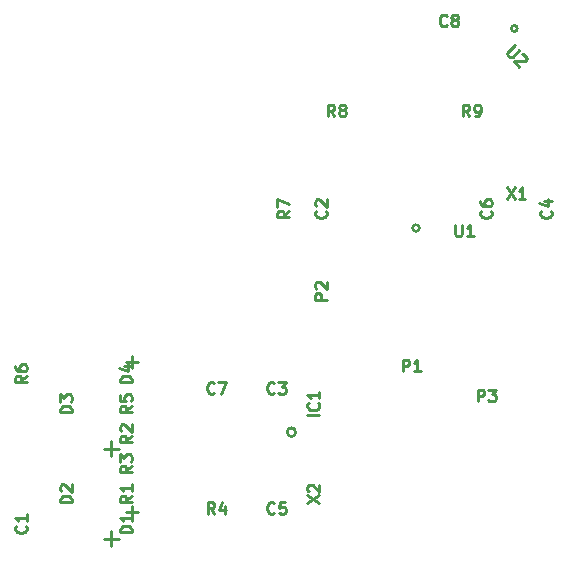
<source format=gto>
%FSLAX46Y46*%
G04 Gerber Fmt 4.6, Leading zero omitted, Abs format (unit mm)*
G04 Created by KiCad (PCBNEW (2014-10-11 BZR 5175)-product) date Fri 31 Oct 2014 19:34:31 GMT*
%MOMM*%
G01*
G04 APERTURE LIST*
%ADD10C,0.100000*%
%ADD11C,0.250000*%
%ADD12R,1.700000X1.300000*%
%ADD13C,1.800000*%
%ADD14R,1.200000X0.900000*%
%ADD15R,0.900000X1.200000*%
%ADD16R,1.198880X1.198880*%
%ADD17R,1.727200X1.727200*%
%ADD18O,1.727200X1.727200*%
%ADD19R,1.470660X0.419100*%
%ADD20R,0.508000X1.143000*%
%ADD21R,1.800860X2.499360*%
%ADD22C,1.501140*%
%ADD23R,1.270000X1.270000*%
%ADD24C,1.000760*%
G04 APERTURE END LIST*
D10*
D11*
X33528000Y-172212000D02*
X33528000Y-171196000D01*
X34036000Y-171704000D02*
X33020000Y-171704000D01*
X33528000Y-159512000D02*
X33528000Y-158496000D01*
X34036000Y-159004000D02*
X33020000Y-159004000D01*
X57814981Y-147701000D02*
G75*
G03X57814981Y-147701000I-283981J0D01*
G74*
G01*
X47349210Y-164973000D02*
G75*
G03X47349210Y-164973000I-359210J0D01*
G74*
G01*
X31115000Y-173990000D02*
X32385000Y-173990000D01*
X31750000Y-173355000D02*
X31750000Y-174625000D01*
X31115000Y-166370000D02*
X32385000Y-166370000D01*
X31750000Y-165735000D02*
X31750000Y-167005000D01*
X66114395Y-130797236D02*
G75*
G03X66114395Y-130797236I-254000J0D01*
G74*
G01*
X24487143Y-172886666D02*
X24534762Y-172934285D01*
X24582381Y-173077142D01*
X24582381Y-173172380D01*
X24534762Y-173315238D01*
X24439524Y-173410476D01*
X24344286Y-173458095D01*
X24153810Y-173505714D01*
X24010952Y-173505714D01*
X23820476Y-173458095D01*
X23725238Y-173410476D01*
X23630000Y-173315238D01*
X23582381Y-173172380D01*
X23582381Y-173077142D01*
X23630000Y-172934285D01*
X23677619Y-172886666D01*
X24582381Y-171934285D02*
X24582381Y-172505714D01*
X24582381Y-172220000D02*
X23582381Y-172220000D01*
X23725238Y-172315238D01*
X23820476Y-172410476D01*
X23868095Y-172505714D01*
X49887143Y-146216666D02*
X49934762Y-146264285D01*
X49982381Y-146407142D01*
X49982381Y-146502380D01*
X49934762Y-146645238D01*
X49839524Y-146740476D01*
X49744286Y-146788095D01*
X49553810Y-146835714D01*
X49410952Y-146835714D01*
X49220476Y-146788095D01*
X49125238Y-146740476D01*
X49030000Y-146645238D01*
X48982381Y-146502380D01*
X48982381Y-146407142D01*
X49030000Y-146264285D01*
X49077619Y-146216666D01*
X49077619Y-145835714D02*
X49030000Y-145788095D01*
X48982381Y-145692857D01*
X48982381Y-145454761D01*
X49030000Y-145359523D01*
X49077619Y-145311904D01*
X49172857Y-145264285D01*
X49268095Y-145264285D01*
X49410952Y-145311904D01*
X49982381Y-145883333D01*
X49982381Y-145264285D01*
X45553334Y-161647143D02*
X45505715Y-161694762D01*
X45362858Y-161742381D01*
X45267620Y-161742381D01*
X45124762Y-161694762D01*
X45029524Y-161599524D01*
X44981905Y-161504286D01*
X44934286Y-161313810D01*
X44934286Y-161170952D01*
X44981905Y-160980476D01*
X45029524Y-160885238D01*
X45124762Y-160790000D01*
X45267620Y-160742381D01*
X45362858Y-160742381D01*
X45505715Y-160790000D01*
X45553334Y-160837619D01*
X45886667Y-160742381D02*
X46505715Y-160742381D01*
X46172381Y-161123333D01*
X46315239Y-161123333D01*
X46410477Y-161170952D01*
X46458096Y-161218571D01*
X46505715Y-161313810D01*
X46505715Y-161551905D01*
X46458096Y-161647143D01*
X46410477Y-161694762D01*
X46315239Y-161742381D01*
X46029524Y-161742381D01*
X45934286Y-161694762D01*
X45886667Y-161647143D01*
X68937143Y-146216666D02*
X68984762Y-146264285D01*
X69032381Y-146407142D01*
X69032381Y-146502380D01*
X68984762Y-146645238D01*
X68889524Y-146740476D01*
X68794286Y-146788095D01*
X68603810Y-146835714D01*
X68460952Y-146835714D01*
X68270476Y-146788095D01*
X68175238Y-146740476D01*
X68080000Y-146645238D01*
X68032381Y-146502380D01*
X68032381Y-146407142D01*
X68080000Y-146264285D01*
X68127619Y-146216666D01*
X68365714Y-145359523D02*
X69032381Y-145359523D01*
X67984762Y-145597619D02*
X68699048Y-145835714D01*
X68699048Y-145216666D01*
X45553334Y-171807143D02*
X45505715Y-171854762D01*
X45362858Y-171902381D01*
X45267620Y-171902381D01*
X45124762Y-171854762D01*
X45029524Y-171759524D01*
X44981905Y-171664286D01*
X44934286Y-171473810D01*
X44934286Y-171330952D01*
X44981905Y-171140476D01*
X45029524Y-171045238D01*
X45124762Y-170950000D01*
X45267620Y-170902381D01*
X45362858Y-170902381D01*
X45505715Y-170950000D01*
X45553334Y-170997619D01*
X46458096Y-170902381D02*
X45981905Y-170902381D01*
X45934286Y-171378571D01*
X45981905Y-171330952D01*
X46077143Y-171283333D01*
X46315239Y-171283333D01*
X46410477Y-171330952D01*
X46458096Y-171378571D01*
X46505715Y-171473810D01*
X46505715Y-171711905D01*
X46458096Y-171807143D01*
X46410477Y-171854762D01*
X46315239Y-171902381D01*
X46077143Y-171902381D01*
X45981905Y-171854762D01*
X45934286Y-171807143D01*
X63857143Y-146216666D02*
X63904762Y-146264285D01*
X63952381Y-146407142D01*
X63952381Y-146502380D01*
X63904762Y-146645238D01*
X63809524Y-146740476D01*
X63714286Y-146788095D01*
X63523810Y-146835714D01*
X63380952Y-146835714D01*
X63190476Y-146788095D01*
X63095238Y-146740476D01*
X63000000Y-146645238D01*
X62952381Y-146502380D01*
X62952381Y-146407142D01*
X63000000Y-146264285D01*
X63047619Y-146216666D01*
X62952381Y-145359523D02*
X62952381Y-145550000D01*
X63000000Y-145645238D01*
X63047619Y-145692857D01*
X63190476Y-145788095D01*
X63380952Y-145835714D01*
X63761905Y-145835714D01*
X63857143Y-145788095D01*
X63904762Y-145740476D01*
X63952381Y-145645238D01*
X63952381Y-145454761D01*
X63904762Y-145359523D01*
X63857143Y-145311904D01*
X63761905Y-145264285D01*
X63523810Y-145264285D01*
X63428571Y-145311904D01*
X63380952Y-145359523D01*
X63333333Y-145454761D01*
X63333333Y-145645238D01*
X63380952Y-145740476D01*
X63428571Y-145788095D01*
X63523810Y-145835714D01*
X40473334Y-161647143D02*
X40425715Y-161694762D01*
X40282858Y-161742381D01*
X40187620Y-161742381D01*
X40044762Y-161694762D01*
X39949524Y-161599524D01*
X39901905Y-161504286D01*
X39854286Y-161313810D01*
X39854286Y-161170952D01*
X39901905Y-160980476D01*
X39949524Y-160885238D01*
X40044762Y-160790000D01*
X40187620Y-160742381D01*
X40282858Y-160742381D01*
X40425715Y-160790000D01*
X40473334Y-160837619D01*
X40806667Y-160742381D02*
X41473334Y-160742381D01*
X41044762Y-161742381D01*
X33472381Y-173458095D02*
X32472381Y-173458095D01*
X32472381Y-173220000D01*
X32520000Y-173077142D01*
X32615238Y-172981904D01*
X32710476Y-172934285D01*
X32900952Y-172886666D01*
X33043810Y-172886666D01*
X33234286Y-172934285D01*
X33329524Y-172981904D01*
X33424762Y-173077142D01*
X33472381Y-173220000D01*
X33472381Y-173458095D01*
X33472381Y-171934285D02*
X33472381Y-172505714D01*
X33472381Y-172220000D02*
X32472381Y-172220000D01*
X32615238Y-172315238D01*
X32710476Y-172410476D01*
X32758095Y-172505714D01*
X33472381Y-160758095D02*
X32472381Y-160758095D01*
X32472381Y-160520000D01*
X32520000Y-160377142D01*
X32615238Y-160281904D01*
X32710476Y-160234285D01*
X32900952Y-160186666D01*
X33043810Y-160186666D01*
X33234286Y-160234285D01*
X33329524Y-160281904D01*
X33424762Y-160377142D01*
X33472381Y-160520000D01*
X33472381Y-160758095D01*
X32805714Y-159329523D02*
X33472381Y-159329523D01*
X32424762Y-159567619D02*
X33139048Y-159805714D01*
X33139048Y-159186666D01*
X62761905Y-162377381D02*
X62761905Y-161377381D01*
X63142858Y-161377381D01*
X63238096Y-161425000D01*
X63285715Y-161472619D01*
X63333334Y-161567857D01*
X63333334Y-161710714D01*
X63285715Y-161805952D01*
X63238096Y-161853571D01*
X63142858Y-161901190D01*
X62761905Y-161901190D01*
X63666667Y-161377381D02*
X64285715Y-161377381D01*
X63952381Y-161758333D01*
X64095239Y-161758333D01*
X64190477Y-161805952D01*
X64238096Y-161853571D01*
X64285715Y-161948810D01*
X64285715Y-162186905D01*
X64238096Y-162282143D01*
X64190477Y-162329762D01*
X64095239Y-162377381D01*
X63809524Y-162377381D01*
X63714286Y-162329762D01*
X63666667Y-162282143D01*
X33472381Y-170346666D02*
X32996190Y-170680000D01*
X33472381Y-170918095D02*
X32472381Y-170918095D01*
X32472381Y-170537142D01*
X32520000Y-170441904D01*
X32567619Y-170394285D01*
X32662857Y-170346666D01*
X32805714Y-170346666D01*
X32900952Y-170394285D01*
X32948571Y-170441904D01*
X32996190Y-170537142D01*
X32996190Y-170918095D01*
X33472381Y-169394285D02*
X33472381Y-169965714D01*
X33472381Y-169680000D02*
X32472381Y-169680000D01*
X32615238Y-169775238D01*
X32710476Y-169870476D01*
X32758095Y-169965714D01*
X33472381Y-165266666D02*
X32996190Y-165600000D01*
X33472381Y-165838095D02*
X32472381Y-165838095D01*
X32472381Y-165457142D01*
X32520000Y-165361904D01*
X32567619Y-165314285D01*
X32662857Y-165266666D01*
X32805714Y-165266666D01*
X32900952Y-165314285D01*
X32948571Y-165361904D01*
X32996190Y-165457142D01*
X32996190Y-165838095D01*
X32567619Y-164885714D02*
X32520000Y-164838095D01*
X32472381Y-164742857D01*
X32472381Y-164504761D01*
X32520000Y-164409523D01*
X32567619Y-164361904D01*
X32662857Y-164314285D01*
X32758095Y-164314285D01*
X32900952Y-164361904D01*
X33472381Y-164933333D01*
X33472381Y-164314285D01*
X33472381Y-167806666D02*
X32996190Y-168140000D01*
X33472381Y-168378095D02*
X32472381Y-168378095D01*
X32472381Y-167997142D01*
X32520000Y-167901904D01*
X32567619Y-167854285D01*
X32662857Y-167806666D01*
X32805714Y-167806666D01*
X32900952Y-167854285D01*
X32948571Y-167901904D01*
X32996190Y-167997142D01*
X32996190Y-168378095D01*
X32472381Y-167473333D02*
X32472381Y-166854285D01*
X32853333Y-167187619D01*
X32853333Y-167044761D01*
X32900952Y-166949523D01*
X32948571Y-166901904D01*
X33043810Y-166854285D01*
X33281905Y-166854285D01*
X33377143Y-166901904D01*
X33424762Y-166949523D01*
X33472381Y-167044761D01*
X33472381Y-167330476D01*
X33424762Y-167425714D01*
X33377143Y-167473333D01*
X40473334Y-171902381D02*
X40140000Y-171426190D01*
X39901905Y-171902381D02*
X39901905Y-170902381D01*
X40282858Y-170902381D01*
X40378096Y-170950000D01*
X40425715Y-170997619D01*
X40473334Y-171092857D01*
X40473334Y-171235714D01*
X40425715Y-171330952D01*
X40378096Y-171378571D01*
X40282858Y-171426190D01*
X39901905Y-171426190D01*
X41330477Y-171235714D02*
X41330477Y-171902381D01*
X41092381Y-170854762D02*
X40854286Y-171569048D01*
X41473334Y-171569048D01*
X33472381Y-162726666D02*
X32996190Y-163060000D01*
X33472381Y-163298095D02*
X32472381Y-163298095D01*
X32472381Y-162917142D01*
X32520000Y-162821904D01*
X32567619Y-162774285D01*
X32662857Y-162726666D01*
X32805714Y-162726666D01*
X32900952Y-162774285D01*
X32948571Y-162821904D01*
X32996190Y-162917142D01*
X32996190Y-163298095D01*
X32472381Y-161821904D02*
X32472381Y-162298095D01*
X32948571Y-162345714D01*
X32900952Y-162298095D01*
X32853333Y-162202857D01*
X32853333Y-161964761D01*
X32900952Y-161869523D01*
X32948571Y-161821904D01*
X33043810Y-161774285D01*
X33281905Y-161774285D01*
X33377143Y-161821904D01*
X33424762Y-161869523D01*
X33472381Y-161964761D01*
X33472381Y-162202857D01*
X33424762Y-162298095D01*
X33377143Y-162345714D01*
X24582381Y-160186666D02*
X24106190Y-160520000D01*
X24582381Y-160758095D02*
X23582381Y-160758095D01*
X23582381Y-160377142D01*
X23630000Y-160281904D01*
X23677619Y-160234285D01*
X23772857Y-160186666D01*
X23915714Y-160186666D01*
X24010952Y-160234285D01*
X24058571Y-160281904D01*
X24106190Y-160377142D01*
X24106190Y-160758095D01*
X23582381Y-159329523D02*
X23582381Y-159520000D01*
X23630000Y-159615238D01*
X23677619Y-159662857D01*
X23820476Y-159758095D01*
X24010952Y-159805714D01*
X24391905Y-159805714D01*
X24487143Y-159758095D01*
X24534762Y-159710476D01*
X24582381Y-159615238D01*
X24582381Y-159424761D01*
X24534762Y-159329523D01*
X24487143Y-159281904D01*
X24391905Y-159234285D01*
X24153810Y-159234285D01*
X24058571Y-159281904D01*
X24010952Y-159329523D01*
X23963333Y-159424761D01*
X23963333Y-159615238D01*
X24010952Y-159710476D01*
X24058571Y-159758095D01*
X24153810Y-159805714D01*
X46807381Y-146216666D02*
X46331190Y-146550000D01*
X46807381Y-146788095D02*
X45807381Y-146788095D01*
X45807381Y-146407142D01*
X45855000Y-146311904D01*
X45902619Y-146264285D01*
X45997857Y-146216666D01*
X46140714Y-146216666D01*
X46235952Y-146264285D01*
X46283571Y-146311904D01*
X46331190Y-146407142D01*
X46331190Y-146788095D01*
X45807381Y-145883333D02*
X45807381Y-145216666D01*
X46807381Y-145645238D01*
X60833095Y-147407381D02*
X60833095Y-148216905D01*
X60880714Y-148312143D01*
X60928333Y-148359762D01*
X61023571Y-148407381D01*
X61214048Y-148407381D01*
X61309286Y-148359762D01*
X61356905Y-148312143D01*
X61404524Y-148216905D01*
X61404524Y-147407381D01*
X62404524Y-148407381D02*
X61833095Y-148407381D01*
X62118809Y-148407381D02*
X62118809Y-147407381D01*
X62023571Y-147550238D01*
X61928333Y-147645476D01*
X61833095Y-147693095D01*
X49347381Y-163536190D02*
X48347381Y-163536190D01*
X49252143Y-162488571D02*
X49299762Y-162536190D01*
X49347381Y-162679047D01*
X49347381Y-162774285D01*
X49299762Y-162917143D01*
X49204524Y-163012381D01*
X49109286Y-163060000D01*
X48918810Y-163107619D01*
X48775952Y-163107619D01*
X48585476Y-163060000D01*
X48490238Y-163012381D01*
X48395000Y-162917143D01*
X48347381Y-162774285D01*
X48347381Y-162679047D01*
X48395000Y-162536190D01*
X48442619Y-162488571D01*
X49347381Y-161536190D02*
X49347381Y-162107619D01*
X49347381Y-161821905D02*
X48347381Y-161821905D01*
X48490238Y-161917143D01*
X48585476Y-162012381D01*
X48633095Y-162107619D01*
X56411905Y-159837381D02*
X56411905Y-158837381D01*
X56792858Y-158837381D01*
X56888096Y-158885000D01*
X56935715Y-158932619D01*
X56983334Y-159027857D01*
X56983334Y-159170714D01*
X56935715Y-159265952D01*
X56888096Y-159313571D01*
X56792858Y-159361190D01*
X56411905Y-159361190D01*
X57935715Y-159837381D02*
X57364286Y-159837381D01*
X57650000Y-159837381D02*
X57650000Y-158837381D01*
X57554762Y-158980238D01*
X57459524Y-159075476D01*
X57364286Y-159123095D01*
X49982381Y-153773095D02*
X48982381Y-153773095D01*
X48982381Y-153392142D01*
X49030000Y-153296904D01*
X49077619Y-153249285D01*
X49172857Y-153201666D01*
X49315714Y-153201666D01*
X49410952Y-153249285D01*
X49458571Y-153296904D01*
X49506190Y-153392142D01*
X49506190Y-153773095D01*
X49077619Y-152820714D02*
X49030000Y-152773095D01*
X48982381Y-152677857D01*
X48982381Y-152439761D01*
X49030000Y-152344523D01*
X49077619Y-152296904D01*
X49172857Y-152249285D01*
X49268095Y-152249285D01*
X49410952Y-152296904D01*
X49982381Y-152868333D01*
X49982381Y-152249285D01*
X28392381Y-170918095D02*
X27392381Y-170918095D01*
X27392381Y-170680000D01*
X27440000Y-170537142D01*
X27535238Y-170441904D01*
X27630476Y-170394285D01*
X27820952Y-170346666D01*
X27963810Y-170346666D01*
X28154286Y-170394285D01*
X28249524Y-170441904D01*
X28344762Y-170537142D01*
X28392381Y-170680000D01*
X28392381Y-170918095D01*
X27487619Y-169965714D02*
X27440000Y-169918095D01*
X27392381Y-169822857D01*
X27392381Y-169584761D01*
X27440000Y-169489523D01*
X27487619Y-169441904D01*
X27582857Y-169394285D01*
X27678095Y-169394285D01*
X27820952Y-169441904D01*
X28392381Y-170013333D01*
X28392381Y-169394285D01*
X28392381Y-163298095D02*
X27392381Y-163298095D01*
X27392381Y-163060000D01*
X27440000Y-162917142D01*
X27535238Y-162821904D01*
X27630476Y-162774285D01*
X27820952Y-162726666D01*
X27963810Y-162726666D01*
X28154286Y-162774285D01*
X28249524Y-162821904D01*
X28344762Y-162917142D01*
X28392381Y-163060000D01*
X28392381Y-163298095D01*
X27392381Y-162393333D02*
X27392381Y-161774285D01*
X27773333Y-162107619D01*
X27773333Y-161964761D01*
X27820952Y-161869523D01*
X27868571Y-161821904D01*
X27963810Y-161774285D01*
X28201905Y-161774285D01*
X28297143Y-161821904D01*
X28344762Y-161869523D01*
X28392381Y-161964761D01*
X28392381Y-162250476D01*
X28344762Y-162345714D01*
X28297143Y-162393333D01*
X48347381Y-170989524D02*
X49347381Y-170322857D01*
X48347381Y-170322857D02*
X49347381Y-170989524D01*
X48442619Y-169989524D02*
X48395000Y-169941905D01*
X48347381Y-169846667D01*
X48347381Y-169608571D01*
X48395000Y-169513333D01*
X48442619Y-169465714D01*
X48537857Y-169418095D01*
X48633095Y-169418095D01*
X48775952Y-169465714D01*
X49347381Y-170037143D01*
X49347381Y-169418095D01*
X65230476Y-144232381D02*
X65897143Y-145232381D01*
X65897143Y-144232381D02*
X65230476Y-145232381D01*
X66801905Y-145232381D02*
X66230476Y-145232381D01*
X66516190Y-145232381D02*
X66516190Y-144232381D01*
X66420952Y-144375238D01*
X66325714Y-144470476D01*
X66230476Y-144518095D01*
X60158334Y-130532143D02*
X60110715Y-130579762D01*
X59967858Y-130627381D01*
X59872620Y-130627381D01*
X59729762Y-130579762D01*
X59634524Y-130484524D01*
X59586905Y-130389286D01*
X59539286Y-130198810D01*
X59539286Y-130055952D01*
X59586905Y-129865476D01*
X59634524Y-129770238D01*
X59729762Y-129675000D01*
X59872620Y-129627381D01*
X59967858Y-129627381D01*
X60110715Y-129675000D01*
X60158334Y-129722619D01*
X60729762Y-130055952D02*
X60634524Y-130008333D01*
X60586905Y-129960714D01*
X60539286Y-129865476D01*
X60539286Y-129817857D01*
X60586905Y-129722619D01*
X60634524Y-129675000D01*
X60729762Y-129627381D01*
X60920239Y-129627381D01*
X61015477Y-129675000D01*
X61063096Y-129722619D01*
X61110715Y-129817857D01*
X61110715Y-129865476D01*
X61063096Y-129960714D01*
X61015477Y-130008333D01*
X60920239Y-130055952D01*
X60729762Y-130055952D01*
X60634524Y-130103571D01*
X60586905Y-130151190D01*
X60539286Y-130246429D01*
X60539286Y-130436905D01*
X60586905Y-130532143D01*
X60634524Y-130579762D01*
X60729762Y-130627381D01*
X60920239Y-130627381D01*
X61015477Y-130579762D01*
X61063096Y-130532143D01*
X61110715Y-130436905D01*
X61110715Y-130246429D01*
X61063096Y-130151190D01*
X61015477Y-130103571D01*
X60920239Y-130055952D01*
X50633334Y-138247381D02*
X50300000Y-137771190D01*
X50061905Y-138247381D02*
X50061905Y-137247381D01*
X50442858Y-137247381D01*
X50538096Y-137295000D01*
X50585715Y-137342619D01*
X50633334Y-137437857D01*
X50633334Y-137580714D01*
X50585715Y-137675952D01*
X50538096Y-137723571D01*
X50442858Y-137771190D01*
X50061905Y-137771190D01*
X51204762Y-137675952D02*
X51109524Y-137628333D01*
X51061905Y-137580714D01*
X51014286Y-137485476D01*
X51014286Y-137437857D01*
X51061905Y-137342619D01*
X51109524Y-137295000D01*
X51204762Y-137247381D01*
X51395239Y-137247381D01*
X51490477Y-137295000D01*
X51538096Y-137342619D01*
X51585715Y-137437857D01*
X51585715Y-137485476D01*
X51538096Y-137580714D01*
X51490477Y-137628333D01*
X51395239Y-137675952D01*
X51204762Y-137675952D01*
X51109524Y-137723571D01*
X51061905Y-137771190D01*
X51014286Y-137866429D01*
X51014286Y-138056905D01*
X51061905Y-138152143D01*
X51109524Y-138199762D01*
X51204762Y-138247381D01*
X51395239Y-138247381D01*
X51490477Y-138199762D01*
X51538096Y-138152143D01*
X51585715Y-138056905D01*
X51585715Y-137866429D01*
X51538096Y-137771190D01*
X51490477Y-137723571D01*
X51395239Y-137675952D01*
X62063334Y-138247381D02*
X61730000Y-137771190D01*
X61491905Y-138247381D02*
X61491905Y-137247381D01*
X61872858Y-137247381D01*
X61968096Y-137295000D01*
X62015715Y-137342619D01*
X62063334Y-137437857D01*
X62063334Y-137580714D01*
X62015715Y-137675952D01*
X61968096Y-137723571D01*
X61872858Y-137771190D01*
X61491905Y-137771190D01*
X62539524Y-138247381D02*
X62730000Y-138247381D01*
X62825239Y-138199762D01*
X62872858Y-138152143D01*
X62968096Y-138009286D01*
X63015715Y-137818810D01*
X63015715Y-137437857D01*
X62968096Y-137342619D01*
X62920477Y-137295000D01*
X62825239Y-137247381D01*
X62634762Y-137247381D01*
X62539524Y-137295000D01*
X62491905Y-137342619D01*
X62444286Y-137437857D01*
X62444286Y-137675952D01*
X62491905Y-137771190D01*
X62539524Y-137818810D01*
X62634762Y-137866429D01*
X62825239Y-137866429D01*
X62920477Y-137818810D01*
X62968096Y-137771190D01*
X63015715Y-137675952D01*
X65888477Y-132206129D02*
X65316057Y-132778549D01*
X65282385Y-132879564D01*
X65282385Y-132946907D01*
X65316057Y-133047922D01*
X65450745Y-133182610D01*
X65551760Y-133216282D01*
X65619103Y-133216282D01*
X65720118Y-133182610D01*
X66292538Y-132610190D01*
X66528240Y-132980579D02*
X66595584Y-132980579D01*
X66696599Y-133014251D01*
X66864958Y-133182610D01*
X66898630Y-133283625D01*
X66898630Y-133350969D01*
X66864958Y-133451984D01*
X66797615Y-133519327D01*
X66662928Y-133586671D01*
X65854805Y-133586671D01*
X66292538Y-134024404D01*
%LPC*%
D12*
X25400000Y-162870000D03*
X25400000Y-165370000D03*
X25170000Y-167370000D03*
X25400000Y-169870000D03*
D13*
X23050000Y-164120000D03*
X23050000Y-168620000D03*
D14*
X27770000Y-172720000D03*
X25570000Y-172720000D03*
D15*
X51435000Y-147150000D03*
X51435000Y-144950000D03*
D14*
X46820000Y-160020000D03*
X44620000Y-160020000D03*
D15*
X67945000Y-150325000D03*
X67945000Y-148125000D03*
D14*
X44620000Y-172720000D03*
X46820000Y-172720000D03*
D15*
X64135000Y-150325000D03*
X64135000Y-148125000D03*
D14*
X39540000Y-160020000D03*
X41740000Y-160020000D03*
D16*
X34510980Y-172720000D03*
X36609020Y-172720000D03*
X34510980Y-160020000D03*
X36609020Y-160020000D03*
D17*
X63500000Y-163830000D03*
D18*
X66040000Y-163830000D03*
X63500000Y-166370000D03*
X66040000Y-166370000D03*
X63500000Y-168910000D03*
X66040000Y-168910000D03*
D14*
X34460000Y-170180000D03*
X36660000Y-170180000D03*
X36660000Y-165100000D03*
X34460000Y-165100000D03*
X36660000Y-167640000D03*
X34460000Y-167640000D03*
X41740000Y-172720000D03*
X39540000Y-172720000D03*
X34460000Y-162560000D03*
X36660000Y-162560000D03*
X25570000Y-160020000D03*
X27770000Y-160020000D03*
D15*
X48260000Y-144950000D03*
X48260000Y-147150000D03*
D19*
X59314080Y-143835120D03*
X59314080Y-143184880D03*
X59314080Y-142534640D03*
X59314080Y-141884400D03*
X53721000Y-145775680D03*
X59314080Y-145785840D03*
X59314080Y-145135600D03*
X59314080Y-144485360D03*
X53715920Y-141234160D03*
X53715920Y-141884400D03*
X53715920Y-142534640D03*
X53715920Y-143184880D03*
X53715920Y-143835120D03*
X53715920Y-144485360D03*
X59314080Y-141234160D03*
X53721000Y-145135600D03*
X59314080Y-146436080D03*
X59314080Y-140583920D03*
X53715920Y-140583920D03*
X53715920Y-146436080D03*
X59314080Y-147083780D03*
X59314080Y-139936220D03*
X53715920Y-139936220D03*
X53715920Y-147083780D03*
X59314080Y-147734020D03*
X59314080Y-139285980D03*
X53715920Y-139285980D03*
X53715920Y-147734020D03*
D20*
X46990000Y-163195000D03*
X45720000Y-163195000D03*
X44450000Y-163195000D03*
X43180000Y-163195000D03*
X41910000Y-163195000D03*
X40640000Y-163195000D03*
X39370000Y-163195000D03*
X39370000Y-169545000D03*
X40640000Y-169545000D03*
X43180000Y-169545000D03*
X44450000Y-169545000D03*
X45720000Y-169545000D03*
X46990000Y-169545000D03*
X41910000Y-169545000D03*
D17*
X57150000Y-161290000D03*
D18*
X59690000Y-161290000D03*
X57150000Y-163830000D03*
X59690000Y-163830000D03*
X57150000Y-166370000D03*
X59690000Y-166370000D03*
X57150000Y-168910000D03*
X59690000Y-168910000D03*
X57150000Y-171450000D03*
X59690000Y-171450000D03*
D17*
X51435000Y-153035000D03*
D18*
X51435000Y-150495000D03*
X53975000Y-153035000D03*
X53975000Y-150495000D03*
X56515000Y-153035000D03*
X56515000Y-150495000D03*
X59055000Y-153035000D03*
X59055000Y-150495000D03*
X61595000Y-153035000D03*
X61595000Y-150495000D03*
D21*
X30480000Y-172178980D03*
X30480000Y-168181020D03*
X30480000Y-164558980D03*
X30480000Y-160561020D03*
D22*
X52070000Y-168810940D03*
X52070000Y-163929060D03*
D23*
X52070000Y-172085000D03*
X52070000Y-160655000D03*
D24*
X66789300Y-146685000D03*
X65290700Y-146685000D03*
D23*
X66040000Y-153035000D03*
D14*
X61425000Y-128270000D03*
X59225000Y-128270000D03*
X57955000Y-137795000D03*
X60155000Y-137795000D03*
X55075000Y-137795000D03*
X52875000Y-137795000D03*
D10*
G36*
X67191269Y-132340044D02*
X66293243Y-131442018D01*
X66562651Y-131172610D01*
X67460677Y-132070636D01*
X67191269Y-132340044D01*
X67191269Y-132340044D01*
G37*
G36*
X67651058Y-131880255D02*
X66753032Y-130982229D01*
X67022440Y-130712821D01*
X67920466Y-131610847D01*
X67651058Y-131880255D01*
X67651058Y-131880255D01*
G37*
G36*
X68110847Y-131420466D02*
X67212821Y-130522440D01*
X67482229Y-130253032D01*
X68380255Y-131151058D01*
X68110847Y-131420466D01*
X68110847Y-131420466D01*
G37*
G36*
X68570636Y-130960677D02*
X67672610Y-130062651D01*
X67942018Y-129793243D01*
X68840044Y-130691269D01*
X68570636Y-130960677D01*
X68570636Y-130960677D01*
G37*
G36*
X65517349Y-127907390D02*
X64619323Y-127009364D01*
X64888731Y-126739956D01*
X65786757Y-127637982D01*
X65517349Y-127907390D01*
X65517349Y-127907390D01*
G37*
G36*
X65057560Y-128367179D02*
X64159534Y-127469153D01*
X64428942Y-127199745D01*
X65326968Y-128097771D01*
X65057560Y-128367179D01*
X65057560Y-128367179D01*
G37*
G36*
X64597771Y-128826968D02*
X63699745Y-127928942D01*
X63969153Y-127659534D01*
X64867179Y-128557560D01*
X64597771Y-128826968D01*
X64597771Y-128826968D01*
G37*
G36*
X64137982Y-129286757D02*
X63239956Y-128388731D01*
X63509364Y-128119323D01*
X64407390Y-129017349D01*
X64137982Y-129286757D01*
X64137982Y-129286757D01*
G37*
M02*

</source>
